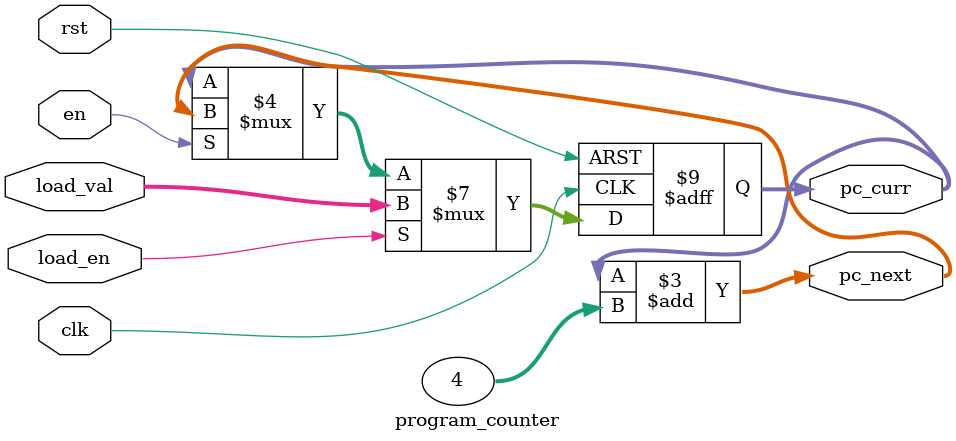
<source format=sv>
`timescale 1ns / 1ps


module program_counter(
    input logic clk,
    input logic rst,
    input logic en,
    input logic load_en,
    input logic [31:0] load_val,
    output logic [31:0] pc_next,
    output logic [31:0] pc_curr
    );

    always_ff@(posedge clk or negedge rst) begin
        if(rst==1'b0) pc_curr <= 32'h80000000;
        else begin
            if (load_en) pc_curr <= load_val;
            else if(en) pc_curr <= pc_next;
        end
    end

    assign pc_next = pc_curr + 4;

endmodule

</source>
